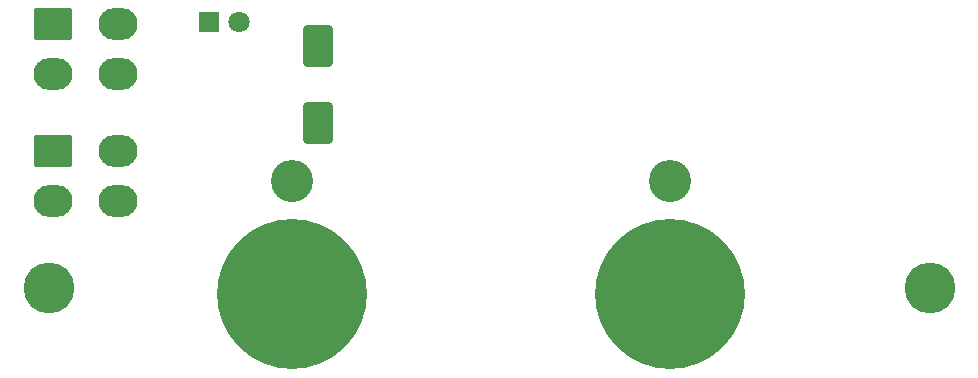
<source format=gbr>
%TF.GenerationSoftware,KiCad,Pcbnew,(6.0.9)*%
%TF.CreationDate,2022-12-26T23:41:22-09:00*%
%TF.ProjectId,PCB_ ANT SEL PANEL,5043422c-2041-44e5-9420-53454c205041,rev?*%
%TF.SameCoordinates,Original*%
%TF.FileFunction,Soldermask,Bot*%
%TF.FilePolarity,Negative*%
%FSLAX46Y46*%
G04 Gerber Fmt 4.6, Leading zero omitted, Abs format (unit mm)*
G04 Created by KiCad (PCBNEW (6.0.9)) date 2022-12-26 23:41:22*
%MOMM*%
%LPD*%
G01*
G04 APERTURE LIST*
G04 Aperture macros list*
%AMRoundRect*
0 Rectangle with rounded corners*
0 $1 Rounding radius*
0 $2 $3 $4 $5 $6 $7 $8 $9 X,Y pos of 4 corners*
0 Add a 4 corners polygon primitive as box body*
4,1,4,$2,$3,$4,$5,$6,$7,$8,$9,$2,$3,0*
0 Add four circle primitives for the rounded corners*
1,1,$1+$1,$2,$3*
1,1,$1+$1,$4,$5*
1,1,$1+$1,$6,$7*
1,1,$1+$1,$8,$9*
0 Add four rect primitives between the rounded corners*
20,1,$1+$1,$2,$3,$4,$5,0*
20,1,$1+$1,$4,$5,$6,$7,0*
20,1,$1+$1,$6,$7,$8,$9,0*
20,1,$1+$1,$8,$9,$2,$3,0*%
G04 Aperture macros list end*
%ADD10C,3.572000*%
%ADD11C,12.700000*%
%ADD12C,4.300000*%
%ADD13RoundRect,0.250000X1.000000X-1.500000X1.000000X1.500000X-1.000000X1.500000X-1.000000X-1.500000X0*%
%ADD14RoundRect,0.250001X-1.399999X1.099999X-1.399999X-1.099999X1.399999X-1.099999X1.399999X1.099999X0*%
%ADD15O,3.300000X2.700000*%
%ADD16R,1.800000X1.800000*%
%ADD17C,1.800000*%
G04 APERTURE END LIST*
D10*
%TO.C,3*%
X134702070Y-55238673D03*
D11*
X134702070Y-64763673D03*
X134702070Y-64763673D03*
%TD*%
D10*
%TO.C,4*%
X102698070Y-55238673D03*
D11*
X102698070Y-64763673D03*
X102698070Y-64763673D03*
%TD*%
D12*
%TO.C,2*%
X156673070Y-64255673D03*
%TD*%
%TO.C,1*%
X82060570Y-64255673D03*
%TD*%
D13*
%TO.C,C1*%
X104850000Y-50300000D03*
X104850000Y-43800000D03*
%TD*%
D14*
%TO.C,J1*%
X82405220Y-41937940D03*
D15*
X82405220Y-46137940D03*
X87905220Y-41937940D03*
X87905220Y-46137940D03*
%TD*%
D14*
%TO.C,J2*%
X82430620Y-52689760D03*
D15*
X82430620Y-56889760D03*
X87930620Y-52689760D03*
X87930620Y-56889760D03*
%TD*%
D16*
%TO.C,D14*%
X95610000Y-41750000D03*
D17*
X98150000Y-41750000D03*
%TD*%
M02*

</source>
